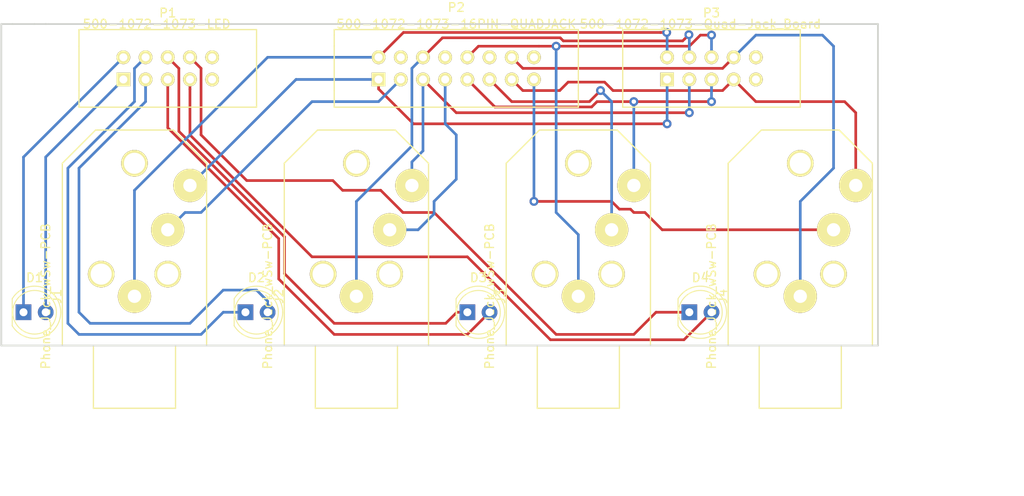
<source format=kicad_pcb>
(kicad_pcb (version 20171130) (host pcbnew "(5.0.1)-3")

  (general
    (thickness 1.6)
    (drawings 13)
    (tracks 159)
    (zones 0)
    (modules 11)
    (nets 21)
  )

  (page A)
  (title_block
    (title "Quad Jack Board 1.0 spacing")
  )

  (layers
    (0 F.Cu signal)
    (31 B.Cu signal)
    (32 B.Adhes user)
    (33 F.Adhes user)
    (34 B.Paste user)
    (35 F.Paste user)
    (36 B.SilkS user)
    (37 F.SilkS user)
    (38 B.Mask user)
    (39 F.Mask user)
    (40 Dwgs.User user)
    (41 Cmts.User user)
    (42 Eco1.User user)
    (43 Eco2.User user)
    (44 Edge.Cuts user)
    (45 Margin user)
    (46 B.CrtYd user)
    (47 F.CrtYd user)
    (48 B.Fab user)
    (49 F.Fab user)
  )

  (setup
    (last_trace_width 0.3048)
    (trace_clearance 0.3048)
    (zone_clearance 0.508)
    (zone_45_only no)
    (trace_min 0.2)
    (segment_width 0.2)
    (edge_width 0.15)
    (via_size 1.016)
    (via_drill 0.508)
    (via_min_size 0.4)
    (via_min_drill 0.3)
    (uvia_size 0.3)
    (uvia_drill 0.1)
    (uvias_allowed no)
    (uvia_min_size 0.2)
    (uvia_min_drill 0.1)
    (pcb_text_width 0.3)
    (pcb_text_size 1.5 1.5)
    (mod_edge_width 0.15)
    (mod_text_size 1 1)
    (mod_text_width 0.15)
    (pad_size 1.524 1.524)
    (pad_drill 0.762)
    (pad_to_mask_clearance 0.051)
    (solder_mask_min_width 0.25)
    (aux_axis_origin 0 0)
    (visible_elements FFFFFF7F)
    (pcbplotparams
      (layerselection 0x010fc_ffffffff)
      (usegerberextensions false)
      (usegerberattributes false)
      (usegerberadvancedattributes false)
      (creategerberjobfile false)
      (excludeedgelayer true)
      (linewidth 0.100000)
      (plotframeref false)
      (viasonmask false)
      (mode 1)
      (useauxorigin false)
      (hpglpennumber 1)
      (hpglpenspeed 20)
      (hpglpendiameter 15.000000)
      (psnegative false)
      (psa4output false)
      (plotreference true)
      (plotvalue true)
      (plotinvisibletext false)
      (padsonsilk false)
      (subtractmaskfromsilk false)
      (outputformat 1)
      (mirror false)
      (drillshape 1)
      (scaleselection 1)
      (outputdirectory ""))
  )

  (net 0 "")
  (net 1 "Net-(D1-Pad2)")
  (net 2 "Net-(D1-Pad1)")
  (net 3 "Net-(D2-Pad1)")
  (net 4 "Net-(D2-Pad2)")
  (net 5 "Net-(D3-Pad2)")
  (net 6 "Net-(D3-Pad1)")
  (net 7 "Net-(D4-Pad1)")
  (net 8 "Net-(D4-Pad2)")
  (net 9 "Net-(J1-Pad1)")
  (net 10 "Net-(J1-Pad2)")
  (net 11 "Net-(J1-Pad3)")
  (net 12 "Net-(J2-Pad3)")
  (net 13 "Net-(J2-Pad2)")
  (net 14 "Net-(J2-Pad1)")
  (net 15 "Net-(J3-Pad1)")
  (net 16 "Net-(J3-Pad2)")
  (net 17 "Net-(J3-Pad3)")
  (net 18 "Net-(J4-Pad3)")
  (net 19 "Net-(J4-Pad2)")
  (net 20 "Net-(J4-Pad1)")

  (net_class Default "This is the default net class."
    (clearance 0.3048)
    (trace_width 0.3048)
    (via_dia 1.016)
    (via_drill 0.508)
    (uvia_dia 0.3)
    (uvia_drill 0.1)
    (add_net "Net-(D1-Pad1)")
    (add_net "Net-(D1-Pad2)")
    (add_net "Net-(D2-Pad1)")
    (add_net "Net-(D2-Pad2)")
    (add_net "Net-(D3-Pad1)")
    (add_net "Net-(D3-Pad2)")
    (add_net "Net-(D4-Pad1)")
    (add_net "Net-(D4-Pad2)")
    (add_net "Net-(J1-Pad1)")
    (add_net "Net-(J1-Pad2)")
    (add_net "Net-(J1-Pad3)")
    (add_net "Net-(J2-Pad1)")
    (add_net "Net-(J2-Pad2)")
    (add_net "Net-(J2-Pad3)")
    (add_net "Net-(J3-Pad1)")
    (add_net "Net-(J3-Pad2)")
    (add_net "Net-(J3-Pad3)")
    (add_net "Net-(J4-Pad1)")
    (add_net "Net-(J4-Pad2)")
    (add_net "Net-(J4-Pad3)")
  )

  (module FootPrints:LED_5.0mm (layer F.Cu) (tedit 58A0C566) (tstamp 5BEA1CE8)
    (at 63.5 123.19)
    (descr "LED, diameter 5.0mm, 2 pins, http://cdn-reichelt.de/documents/datenblatt/A500/LL-504BC2E-009.pdf")
    (tags "LED diameter 5.0mm 2 pins")
    (path /5BED0518)
    (fp_text reference D1 (at 1.27 -3.96) (layer F.SilkS)
      (effects (font (size 1 1) (thickness 0.15)))
    )
    (fp_text value LED_ALT (at 1.27 3.96) (layer F.Fab)
      (effects (font (size 1 1) (thickness 0.15)))
    )
    (fp_line (start 4.5 -3.25) (end -1.95 -3.25) (layer F.CrtYd) (width 0.05))
    (fp_line (start 4.5 3.25) (end 4.5 -3.25) (layer F.CrtYd) (width 0.05))
    (fp_line (start -1.95 3.25) (end 4.5 3.25) (layer F.CrtYd) (width 0.05))
    (fp_line (start -1.95 -3.25) (end -1.95 3.25) (layer F.CrtYd) (width 0.05))
    (fp_line (start -1.29 -1.545) (end -1.29 1.545) (layer F.SilkS) (width 0.12))
    (fp_line (start -1.23 -1.469694) (end -1.23 1.469694) (layer F.Fab) (width 0.1))
    (fp_circle (center 1.27 0) (end 3.77 0) (layer F.SilkS) (width 0.12))
    (fp_circle (center 1.27 0) (end 3.77 0) (layer F.Fab) (width 0.1))
    (fp_arc (start 1.27 0) (end -1.29 1.54483) (angle -148.9) (layer F.SilkS) (width 0.12))
    (fp_arc (start 1.27 0) (end -1.29 -1.54483) (angle 148.9) (layer F.SilkS) (width 0.12))
    (fp_arc (start 1.27 0) (end -1.23 -1.469694) (angle 299.1) (layer F.Fab) (width 0.1))
    (pad 2 thru_hole circle (at 2.54 0) (size 1.8 1.8) (drill 0.9144) (layers *.Cu *.Mask)
      (net 1 "Net-(D1-Pad2)"))
    (pad 1 thru_hole rect (at 0 0) (size 1.8 1.8) (drill 0.9144) (layers *.Cu *.Mask)
      (net 2 "Net-(D1-Pad1)"))
    (model LEDs.3dshapes/LED_D5.0mm.wrl
      (at (xyz 0 0 0))
      (scale (xyz 0.393701 0.393701 0.393701))
      (rotate (xyz 0 0 0))
    )
  )

  (module FootPrints:LED_5.0mm (layer F.Cu) (tedit 58A0C566) (tstamp 5BEA1CF9)
    (at 88.9 123.19)
    (descr "LED, diameter 5.0mm, 2 pins, http://cdn-reichelt.de/documents/datenblatt/A500/LL-504BC2E-009.pdf")
    (tags "LED diameter 5.0mm 2 pins")
    (path /5BED042D)
    (fp_text reference D2 (at 1.27 -3.96) (layer F.SilkS)
      (effects (font (size 1 1) (thickness 0.15)))
    )
    (fp_text value LED_ALT (at 1.27 3.96) (layer F.Fab)
      (effects (font (size 1 1) (thickness 0.15)))
    )
    (fp_arc (start 1.27 0) (end -1.23 -1.469694) (angle 299.1) (layer F.Fab) (width 0.1))
    (fp_arc (start 1.27 0) (end -1.29 -1.54483) (angle 148.9) (layer F.SilkS) (width 0.12))
    (fp_arc (start 1.27 0) (end -1.29 1.54483) (angle -148.9) (layer F.SilkS) (width 0.12))
    (fp_circle (center 1.27 0) (end 3.77 0) (layer F.Fab) (width 0.1))
    (fp_circle (center 1.27 0) (end 3.77 0) (layer F.SilkS) (width 0.12))
    (fp_line (start -1.23 -1.469694) (end -1.23 1.469694) (layer F.Fab) (width 0.1))
    (fp_line (start -1.29 -1.545) (end -1.29 1.545) (layer F.SilkS) (width 0.12))
    (fp_line (start -1.95 -3.25) (end -1.95 3.25) (layer F.CrtYd) (width 0.05))
    (fp_line (start -1.95 3.25) (end 4.5 3.25) (layer F.CrtYd) (width 0.05))
    (fp_line (start 4.5 3.25) (end 4.5 -3.25) (layer F.CrtYd) (width 0.05))
    (fp_line (start 4.5 -3.25) (end -1.95 -3.25) (layer F.CrtYd) (width 0.05))
    (pad 1 thru_hole rect (at 0 0) (size 1.8 1.8) (drill 0.9144) (layers *.Cu *.Mask)
      (net 3 "Net-(D2-Pad1)"))
    (pad 2 thru_hole circle (at 2.54 0) (size 1.8 1.8) (drill 0.9144) (layers *.Cu *.Mask)
      (net 4 "Net-(D2-Pad2)"))
    (model LEDs.3dshapes/LED_D5.0mm.wrl
      (at (xyz 0 0 0))
      (scale (xyz 0.393701 0.393701 0.393701))
      (rotate (xyz 0 0 0))
    )
  )

  (module FootPrints:LED_5.0mm (layer F.Cu) (tedit 58A0C566) (tstamp 5BEA1D0A)
    (at 114.3 123.19)
    (descr "LED, diameter 5.0mm, 2 pins, http://cdn-reichelt.de/documents/datenblatt/A500/LL-504BC2E-009.pdf")
    (tags "LED diameter 5.0mm 2 pins")
    (path /5BED0571)
    (fp_text reference D3 (at 1.27 -3.96) (layer F.SilkS)
      (effects (font (size 1 1) (thickness 0.15)))
    )
    (fp_text value LED_ALT (at 1.27 3.96) (layer F.Fab)
      (effects (font (size 1 1) (thickness 0.15)))
    )
    (fp_line (start 4.5 -3.25) (end -1.95 -3.25) (layer F.CrtYd) (width 0.05))
    (fp_line (start 4.5 3.25) (end 4.5 -3.25) (layer F.CrtYd) (width 0.05))
    (fp_line (start -1.95 3.25) (end 4.5 3.25) (layer F.CrtYd) (width 0.05))
    (fp_line (start -1.95 -3.25) (end -1.95 3.25) (layer F.CrtYd) (width 0.05))
    (fp_line (start -1.29 -1.545) (end -1.29 1.545) (layer F.SilkS) (width 0.12))
    (fp_line (start -1.23 -1.469694) (end -1.23 1.469694) (layer F.Fab) (width 0.1))
    (fp_circle (center 1.27 0) (end 3.77 0) (layer F.SilkS) (width 0.12))
    (fp_circle (center 1.27 0) (end 3.77 0) (layer F.Fab) (width 0.1))
    (fp_arc (start 1.27 0) (end -1.29 1.54483) (angle -148.9) (layer F.SilkS) (width 0.12))
    (fp_arc (start 1.27 0) (end -1.29 -1.54483) (angle 148.9) (layer F.SilkS) (width 0.12))
    (fp_arc (start 1.27 0) (end -1.23 -1.469694) (angle 299.1) (layer F.Fab) (width 0.1))
    (pad 2 thru_hole circle (at 2.54 0) (size 1.8 1.8) (drill 0.9144) (layers *.Cu *.Mask)
      (net 5 "Net-(D3-Pad2)"))
    (pad 1 thru_hole rect (at 0 0) (size 1.8 1.8) (drill 0.9144) (layers *.Cu *.Mask)
      (net 6 "Net-(D3-Pad1)"))
    (model LEDs.3dshapes/LED_D5.0mm.wrl
      (at (xyz 0 0 0))
      (scale (xyz 0.393701 0.393701 0.393701))
      (rotate (xyz 0 0 0))
    )
  )

  (module FootPrints:LED_5.0mm (layer F.Cu) (tedit 58A0C566) (tstamp 5BEA1D1B)
    (at 139.7 123.19)
    (descr "LED, diameter 5.0mm, 2 pins, http://cdn-reichelt.de/documents/datenblatt/A500/LL-504BC2E-009.pdf")
    (tags "LED diameter 5.0mm 2 pins")
    (path /5BED056B)
    (fp_text reference D4 (at 1.27 -3.96) (layer F.SilkS)
      (effects (font (size 1 1) (thickness 0.15)))
    )
    (fp_text value LED_ALT (at 1.27 3.96) (layer F.Fab)
      (effects (font (size 1 1) (thickness 0.15)))
    )
    (fp_arc (start 1.27 0) (end -1.23 -1.469694) (angle 299.1) (layer F.Fab) (width 0.1))
    (fp_arc (start 1.27 0) (end -1.29 -1.54483) (angle 148.9) (layer F.SilkS) (width 0.12))
    (fp_arc (start 1.27 0) (end -1.29 1.54483) (angle -148.9) (layer F.SilkS) (width 0.12))
    (fp_circle (center 1.27 0) (end 3.77 0) (layer F.Fab) (width 0.1))
    (fp_circle (center 1.27 0) (end 3.77 0) (layer F.SilkS) (width 0.12))
    (fp_line (start -1.23 -1.469694) (end -1.23 1.469694) (layer F.Fab) (width 0.1))
    (fp_line (start -1.29 -1.545) (end -1.29 1.545) (layer F.SilkS) (width 0.12))
    (fp_line (start -1.95 -3.25) (end -1.95 3.25) (layer F.CrtYd) (width 0.05))
    (fp_line (start -1.95 3.25) (end 4.5 3.25) (layer F.CrtYd) (width 0.05))
    (fp_line (start 4.5 3.25) (end 4.5 -3.25) (layer F.CrtYd) (width 0.05))
    (fp_line (start 4.5 -3.25) (end -1.95 -3.25) (layer F.CrtYd) (width 0.05))
    (pad 1 thru_hole rect (at 0 0) (size 1.8 1.8) (drill 0.9144) (layers *.Cu *.Mask)
      (net 7 "Net-(D4-Pad1)"))
    (pad 2 thru_hole circle (at 2.54 0) (size 1.8 1.8) (drill 0.9144) (layers *.Cu *.Mask)
      (net 8 "Net-(D4-Pad2)"))
    (model LEDs.3dshapes/LED_D5.0mm.wrl
      (at (xyz 0 0 0))
      (scale (xyz 0.393701 0.393701 0.393701))
      (rotate (xyz 0 0 0))
    )
  )

  (module FootPrints:PHONE-SC112A (layer F.Cu) (tedit 5B497D3B) (tstamp 5BEA1D2E)
    (at 76.2 127 270)
    (path /5BED01D9)
    (fp_text reference J1 (at -5.6388 8.89 270) (layer F.SilkS)
      (effects (font (size 1 1) (thickness 0.15)))
    )
    (fp_text value Phone_Jack_wSw-PCB (at -5.6388 10.16 270) (layer F.SilkS)
      (effects (font (size 1 1) (thickness 0.15)))
    )
    (fp_line (start 0 -4.699) (end 7.1882 -4.699) (layer F.SilkS) (width 0.15))
    (fp_line (start 7.1882 -4.699) (end 7.1882 4.699) (layer F.SilkS) (width 0.15))
    (fp_line (start 7.1882 4.699) (end 0 4.699) (layer F.SilkS) (width 0.15))
    (fp_line (start -24.6888 4.445) (end -24.6888 -4.445) (layer F.SilkS) (width 0.15))
    (fp_line (start -24.6888 -4.445) (end -20.8788 -8.255) (layer F.SilkS) (width 0.15))
    (fp_line (start -20.8788 -8.255) (end 0 -8.255) (layer F.SilkS) (width 0.15))
    (fp_line (start 0 -8.255) (end 0 8.255) (layer F.SilkS) (width 0.15))
    (fp_line (start 0 8.255) (end -20.8788 8.255) (layer F.SilkS) (width 0.15))
    (fp_line (start -20.8788 8.255) (end -24.6888 4.445) (layer F.SilkS) (width 0.15))
    (pad 1 thru_hole circle (at -5.6388 0 270) (size 3.81 3.81) (drill 1.524) (layers *.Cu *.Mask F.SilkS)
      (net 9 "Net-(J1-Pad1)"))
    (pad "" thru_hole circle (at -8.1788 -3.81 270) (size 3.048 3.048) (drill 2.413) (layers *.Cu *.Mask F.SilkS))
    (pad 2 thru_hole circle (at -13.2588 -3.81 270) (size 3.81 3.81) (drill 1.524) (layers *.Cu *.Mask F.SilkS)
      (net 10 "Net-(J1-Pad2)"))
    (pad 3 thru_hole circle (at -18.3388 -6.35 270) (size 3.81 3.81) (drill 1.524) (layers *.Cu *.Mask F.SilkS)
      (net 11 "Net-(J1-Pad3)"))
    (pad "" thru_hole circle (at -20.8788 0 270) (size 3.048 3.048) (drill 2.413) (layers *.Cu *.Mask F.SilkS))
    (pad "" thru_hole circle (at -8.1788 3.81 270) (size 3.048 3.048) (drill 2.413) (layers *.Cu *.Mask F.SilkS))
  )

  (module FootPrints:PHONE-SC112A (layer F.Cu) (tedit 5B497D3B) (tstamp 5BEA1D41)
    (at 101.6 127 270)
    (path /5BED0293)
    (fp_text reference J2 (at -5.6388 8.89 270) (layer F.SilkS)
      (effects (font (size 1 1) (thickness 0.15)))
    )
    (fp_text value Phone_Jack_wSw-PCB (at -5.6388 10.16 270) (layer F.SilkS)
      (effects (font (size 1 1) (thickness 0.15)))
    )
    (fp_line (start -20.8788 8.255) (end -24.6888 4.445) (layer F.SilkS) (width 0.15))
    (fp_line (start 0 8.255) (end -20.8788 8.255) (layer F.SilkS) (width 0.15))
    (fp_line (start 0 -8.255) (end 0 8.255) (layer F.SilkS) (width 0.15))
    (fp_line (start -20.8788 -8.255) (end 0 -8.255) (layer F.SilkS) (width 0.15))
    (fp_line (start -24.6888 -4.445) (end -20.8788 -8.255) (layer F.SilkS) (width 0.15))
    (fp_line (start -24.6888 4.445) (end -24.6888 -4.445) (layer F.SilkS) (width 0.15))
    (fp_line (start 7.1882 4.699) (end 0 4.699) (layer F.SilkS) (width 0.15))
    (fp_line (start 7.1882 -4.699) (end 7.1882 4.699) (layer F.SilkS) (width 0.15))
    (fp_line (start 0 -4.699) (end 7.1882 -4.699) (layer F.SilkS) (width 0.15))
    (pad "" thru_hole circle (at -8.1788 3.81 270) (size 3.048 3.048) (drill 2.413) (layers *.Cu *.Mask F.SilkS))
    (pad "" thru_hole circle (at -20.8788 0 270) (size 3.048 3.048) (drill 2.413) (layers *.Cu *.Mask F.SilkS))
    (pad 3 thru_hole circle (at -18.3388 -6.35 270) (size 3.81 3.81) (drill 1.524) (layers *.Cu *.Mask F.SilkS)
      (net 12 "Net-(J2-Pad3)"))
    (pad 2 thru_hole circle (at -13.2588 -3.81 270) (size 3.81 3.81) (drill 1.524) (layers *.Cu *.Mask F.SilkS)
      (net 13 "Net-(J2-Pad2)"))
    (pad "" thru_hole circle (at -8.1788 -3.81 270) (size 3.048 3.048) (drill 2.413) (layers *.Cu *.Mask F.SilkS))
    (pad 1 thru_hole circle (at -5.6388 0 270) (size 3.81 3.81) (drill 1.524) (layers *.Cu *.Mask F.SilkS)
      (net 14 "Net-(J2-Pad1)"))
  )

  (module FootPrints:PHONE-SC112A (layer F.Cu) (tedit 5B497D3B) (tstamp 5BEA1D54)
    (at 127 127 270)
    (path /5BED03E0)
    (fp_text reference J3 (at -5.6388 8.89 270) (layer F.SilkS)
      (effects (font (size 1 1) (thickness 0.15)))
    )
    (fp_text value Phone_Jack_wSw-PCB (at -5.6388 10.16 270) (layer F.SilkS)
      (effects (font (size 1 1) (thickness 0.15)))
    )
    (fp_line (start 0 -4.699) (end 7.1882 -4.699) (layer F.SilkS) (width 0.15))
    (fp_line (start 7.1882 -4.699) (end 7.1882 4.699) (layer F.SilkS) (width 0.15))
    (fp_line (start 7.1882 4.699) (end 0 4.699) (layer F.SilkS) (width 0.15))
    (fp_line (start -24.6888 4.445) (end -24.6888 -4.445) (layer F.SilkS) (width 0.15))
    (fp_line (start -24.6888 -4.445) (end -20.8788 -8.255) (layer F.SilkS) (width 0.15))
    (fp_line (start -20.8788 -8.255) (end 0 -8.255) (layer F.SilkS) (width 0.15))
    (fp_line (start 0 -8.255) (end 0 8.255) (layer F.SilkS) (width 0.15))
    (fp_line (start 0 8.255) (end -20.8788 8.255) (layer F.SilkS) (width 0.15))
    (fp_line (start -20.8788 8.255) (end -24.6888 4.445) (layer F.SilkS) (width 0.15))
    (pad 1 thru_hole circle (at -5.6388 0 270) (size 3.81 3.81) (drill 1.524) (layers *.Cu *.Mask F.SilkS)
      (net 15 "Net-(J3-Pad1)"))
    (pad "" thru_hole circle (at -8.1788 -3.81 270) (size 3.048 3.048) (drill 2.413) (layers *.Cu *.Mask F.SilkS))
    (pad 2 thru_hole circle (at -13.2588 -3.81 270) (size 3.81 3.81) (drill 1.524) (layers *.Cu *.Mask F.SilkS)
      (net 16 "Net-(J3-Pad2)"))
    (pad 3 thru_hole circle (at -18.3388 -6.35 270) (size 3.81 3.81) (drill 1.524) (layers *.Cu *.Mask F.SilkS)
      (net 17 "Net-(J3-Pad3)"))
    (pad "" thru_hole circle (at -20.8788 0 270) (size 3.048 3.048) (drill 2.413) (layers *.Cu *.Mask F.SilkS))
    (pad "" thru_hole circle (at -8.1788 3.81 270) (size 3.048 3.048) (drill 2.413) (layers *.Cu *.Mask F.SilkS))
  )

  (module FootPrints:PHONE-SC112A (layer F.Cu) (tedit 5B497D3B) (tstamp 5BEA1D67)
    (at 152.4 127 270)
    (path /5BED03E6)
    (fp_text reference J4 (at -5.6388 8.89 270) (layer F.SilkS)
      (effects (font (size 1 1) (thickness 0.15)))
    )
    (fp_text value Phone_Jack_wSw-PCB (at -5.6388 10.16 270) (layer F.SilkS)
      (effects (font (size 1 1) (thickness 0.15)))
    )
    (fp_line (start -20.8788 8.255) (end -24.6888 4.445) (layer F.SilkS) (width 0.15))
    (fp_line (start 0 8.255) (end -20.8788 8.255) (layer F.SilkS) (width 0.15))
    (fp_line (start 0 -8.255) (end 0 8.255) (layer F.SilkS) (width 0.15))
    (fp_line (start -20.8788 -8.255) (end 0 -8.255) (layer F.SilkS) (width 0.15))
    (fp_line (start -24.6888 -4.445) (end -20.8788 -8.255) (layer F.SilkS) (width 0.15))
    (fp_line (start -24.6888 4.445) (end -24.6888 -4.445) (layer F.SilkS) (width 0.15))
    (fp_line (start 7.1882 4.699) (end 0 4.699) (layer F.SilkS) (width 0.15))
    (fp_line (start 7.1882 -4.699) (end 7.1882 4.699) (layer F.SilkS) (width 0.15))
    (fp_line (start 0 -4.699) (end 7.1882 -4.699) (layer F.SilkS) (width 0.15))
    (pad "" thru_hole circle (at -8.1788 3.81 270) (size 3.048 3.048) (drill 2.413) (layers *.Cu *.Mask F.SilkS))
    (pad "" thru_hole circle (at -20.8788 0 270) (size 3.048 3.048) (drill 2.413) (layers *.Cu *.Mask F.SilkS))
    (pad 3 thru_hole circle (at -18.3388 -6.35 270) (size 3.81 3.81) (drill 1.524) (layers *.Cu *.Mask F.SilkS)
      (net 18 "Net-(J4-Pad3)"))
    (pad 2 thru_hole circle (at -13.2588 -3.81 270) (size 3.81 3.81) (drill 1.524) (layers *.Cu *.Mask F.SilkS)
      (net 19 "Net-(J4-Pad2)"))
    (pad "" thru_hole circle (at -8.1788 -3.81 270) (size 3.048 3.048) (drill 2.413) (layers *.Cu *.Mask F.SilkS))
    (pad 1 thru_hole circle (at -5.6388 0 270) (size 3.81 3.81) (drill 1.524) (layers *.Cu *.Mask F.SilkS)
      (net 20 "Net-(J4-Pad1)"))
  )

  (module FootPrints:IDC5x2_Vert (layer F.Cu) (tedit 58C2383B) (tstamp 5BEA1D7D)
    (at 80.01 95.25 180)
    (path /5BECFFC3)
    (fp_text reference P1 (at 0 6.35 180) (layer F.SilkS)
      (effects (font (size 1 1) (thickness 0.15)))
    )
    (fp_text value 500-1072-1073-LED (at 1.27 5.08 180) (layer F.SilkS)
      (effects (font (size 1 1) (thickness 0.15)))
    )
    (fp_line (start 10.16 4.445) (end 10.16 2.54) (layer F.SilkS) (width 0.15))
    (fp_line (start -10.16 4.445) (end 10.16 4.445) (layer F.SilkS) (width 0.15))
    (fp_line (start -10.16 2.54) (end -10.16 4.445) (layer F.SilkS) (width 0.15))
    (fp_line (start 10.16 -4.445) (end 10.16 -2.54) (layer F.SilkS) (width 0.15))
    (fp_line (start -10.16 -4.445) (end 10.16 -4.445) (layer F.SilkS) (width 0.15))
    (fp_line (start -10.16 -2.54) (end -10.16 -4.445) (layer F.SilkS) (width 0.15))
    (fp_line (start -10.16 2.54) (end -10.16 -2.54) (layer F.SilkS) (width 0.15))
    (fp_line (start 10.16 -2.54) (end 10.16 2.54) (layer F.SilkS) (width 0.15))
    (pad 1 thru_hole rect (at 5.08 -1.27 180) (size 1.5748 1.5748) (drill 0.9144) (layers *.Cu *.Mask F.SilkS)
      (net 1 "Net-(D1-Pad2)"))
    (pad 2 thru_hole circle (at 5.08 1.27 180) (size 1.5748 1.5748) (drill 0.9144) (layers *.Cu *.Mask F.SilkS)
      (net 2 "Net-(D1-Pad1)"))
    (pad 3 thru_hole circle (at 2.54 -1.27 180) (size 1.5748 1.5748) (drill 0.9144) (layers *.Cu *.Mask F.SilkS)
      (net 4 "Net-(D2-Pad2)"))
    (pad 4 thru_hole circle (at 2.54 1.27 180) (size 1.5748 1.5748) (drill 0.9144) (layers *.Cu *.Mask F.SilkS)
      (net 3 "Net-(D2-Pad1)"))
    (pad 5 thru_hole circle (at 0 -1.27 180) (size 1.5748 1.5748) (drill 0.9144) (layers *.Cu *.Mask F.SilkS)
      (net 5 "Net-(D3-Pad2)"))
    (pad 6 thru_hole circle (at 0 1.27 180) (size 1.5748 1.5748) (drill 0.9144) (layers *.Cu *.Mask F.SilkS)
      (net 6 "Net-(D3-Pad1)"))
    (pad 7 thru_hole circle (at -2.54 -1.27 180) (size 1.5748 1.5748) (drill 0.9144) (layers *.Cu *.Mask F.SilkS)
      (net 8 "Net-(D4-Pad2)"))
    (pad 8 thru_hole circle (at -2.54 1.27 180) (size 1.5748 1.5748) (drill 0.9144) (layers *.Cu *.Mask F.SilkS)
      (net 7 "Net-(D4-Pad1)"))
    (pad 9 thru_hole circle (at -5.08 -1.27 180) (size 1.5748 1.5748) (drill 0.9144) (layers *.Cu *.Mask F.SilkS))
    (pad 10 thru_hole circle (at -5.08 1.27 180) (size 1.5748 1.5748) (drill 0.9144) (layers *.Cu *.Mask F.SilkS))
  )

  (module FootPrints:IDC8x2_Vert (layer F.Cu) (tedit 58C886C8) (tstamp 5BEA1D9D)
    (at 113.03 95.25 180)
    (path /5BEA0717)
    (fp_text reference P2 (at 0 6.985 180) (layer F.SilkS)
      (effects (font (size 1 1) (thickness 0.15)))
    )
    (fp_text value 500-1072-1073-16PIN-QUADJACK (at 0 5.08 180) (layer F.SilkS)
      (effects (font (size 1 1) (thickness 0.15)))
    )
    (fp_line (start -13.97 3.81) (end -13.97 4.445) (layer F.SilkS) (width 0.15))
    (fp_line (start -13.97 4.445) (end 13.97 4.445) (layer F.SilkS) (width 0.15))
    (fp_line (start 13.97 4.445) (end 13.97 3.81) (layer F.SilkS) (width 0.15))
    (fp_line (start 13.97 -3.81) (end 13.97 -4.445) (layer F.SilkS) (width 0.15))
    (fp_line (start 13.97 -4.445) (end -13.97 -4.445) (layer F.SilkS) (width 0.15))
    (fp_line (start -13.97 -4.445) (end -13.97 -3.81) (layer F.SilkS) (width 0.15))
    (fp_line (start 13.97 2.54) (end 13.97 3.81) (layer F.SilkS) (width 0.15))
    (fp_line (start -13.97 3.81) (end -13.97 2.54) (layer F.SilkS) (width 0.15))
    (fp_line (start -13.97 -2.54) (end -13.97 -3.81) (layer F.SilkS) (width 0.15))
    (fp_line (start 13.97 -3.81) (end 13.97 -2.54) (layer F.SilkS) (width 0.15))
    (fp_line (start -13.97 2.54) (end -13.97 -2.54) (layer F.SilkS) (width 0.15))
    (fp_line (start 13.97 -2.54) (end 13.97 2.54) (layer F.SilkS) (width 0.15))
    (pad 1 thru_hole rect (at 8.89 -1.27 180) (size 1.5748 1.5748) (drill 0.9144) (layers *.Cu *.Mask F.SilkS)
      (net 11 "Net-(J1-Pad3)"))
    (pad 2 thru_hole circle (at 8.89 1.27 180) (size 1.5748 1.5748) (drill 0.9144) (layers *.Cu *.Mask F.SilkS)
      (net 9 "Net-(J1-Pad1)"))
    (pad 3 thru_hole circle (at 6.35 -1.27 180) (size 1.5748 1.5748) (drill 0.9144) (layers *.Cu *.Mask F.SilkS)
      (net 10 "Net-(J1-Pad2)"))
    (pad 4 thru_hole circle (at 6.35 1.27 180) (size 1.5748 1.5748) (drill 0.9144) (layers *.Cu *.Mask F.SilkS))
    (pad 5 thru_hole circle (at 3.81 -1.27 180) (size 1.5748 1.5748) (drill 0.9144) (layers *.Cu *.Mask F.SilkS)
      (net 12 "Net-(J2-Pad3)"))
    (pad 6 thru_hole circle (at 3.81 1.27 180) (size 1.5748 1.5748) (drill 0.9144) (layers *.Cu *.Mask F.SilkS)
      (net 14 "Net-(J2-Pad1)"))
    (pad 7 thru_hole circle (at 1.27 -1.27 180) (size 1.5748 1.5748) (drill 0.9144) (layers *.Cu *.Mask F.SilkS)
      (net 13 "Net-(J2-Pad2)"))
    (pad 8 thru_hole circle (at 1.27 1.27 180) (size 1.5748 1.5748) (drill 0.9144) (layers *.Cu *.Mask F.SilkS))
    (pad 9 thru_hole circle (at -1.27 -1.27 180) (size 1.5748 1.5748) (drill 0.9144) (layers *.Cu *.Mask F.SilkS)
      (net 17 "Net-(J3-Pad3)"))
    (pad 10 thru_hole circle (at -1.27 1.27 180) (size 1.5748 1.5748) (drill 0.9144) (layers *.Cu *.Mask F.SilkS)
      (net 15 "Net-(J3-Pad1)"))
    (pad 11 thru_hole circle (at -3.81 -1.27 180) (size 1.5748 1.5748) (drill 0.9144) (layers *.Cu *.Mask F.SilkS)
      (net 16 "Net-(J3-Pad2)"))
    (pad 12 thru_hole circle (at -3.81 1.27 180) (size 1.5748 1.5748) (drill 0.9144) (layers *.Cu *.Mask F.SilkS))
    (pad 13 thru_hole circle (at -6.35 -1.27 180) (size 1.5748 1.5748) (drill 0.9144) (layers *.Cu *.Mask F.SilkS)
      (net 18 "Net-(J4-Pad3)"))
    (pad 14 thru_hole circle (at -6.35 1.27 180) (size 1.5748 1.5748) (drill 0.9144) (layers *.Cu *.Mask F.SilkS)
      (net 20 "Net-(J4-Pad1)"))
    (pad 15 thru_hole circle (at -8.89 -1.27 180) (size 1.5748 1.5748) (drill 0.9144) (layers *.Cu *.Mask F.SilkS)
      (net 19 "Net-(J4-Pad2)"))
    (pad 16 thru_hole circle (at -8.89 1.27 180) (size 1.5748 1.5748) (drill 0.9144) (layers *.Cu *.Mask F.SilkS))
  )

  (module FootPrints:IDC5x2_Vert (layer F.Cu) (tedit 58C2383B) (tstamp 5BEA1DB3)
    (at 142.24 95.25 180)
    (path /5BED00C2)
    (fp_text reference P3 (at 0 6.35 180) (layer F.SilkS)
      (effects (font (size 1 1) (thickness 0.15)))
    )
    (fp_text value 500-1072-1073-Quad-Jack_Board (at 1.27 5.08 180) (layer F.SilkS)
      (effects (font (size 1 1) (thickness 0.15)))
    )
    (fp_line (start 10.16 -2.54) (end 10.16 2.54) (layer F.SilkS) (width 0.15))
    (fp_line (start -10.16 2.54) (end -10.16 -2.54) (layer F.SilkS) (width 0.15))
    (fp_line (start -10.16 -2.54) (end -10.16 -4.445) (layer F.SilkS) (width 0.15))
    (fp_line (start -10.16 -4.445) (end 10.16 -4.445) (layer F.SilkS) (width 0.15))
    (fp_line (start 10.16 -4.445) (end 10.16 -2.54) (layer F.SilkS) (width 0.15))
    (fp_line (start -10.16 2.54) (end -10.16 4.445) (layer F.SilkS) (width 0.15))
    (fp_line (start -10.16 4.445) (end 10.16 4.445) (layer F.SilkS) (width 0.15))
    (fp_line (start 10.16 4.445) (end 10.16 2.54) (layer F.SilkS) (width 0.15))
    (pad 10 thru_hole circle (at -5.08 1.27 180) (size 1.5748 1.5748) (drill 0.9144) (layers *.Cu *.Mask F.SilkS))
    (pad 9 thru_hole circle (at -5.08 -1.27 180) (size 1.5748 1.5748) (drill 0.9144) (layers *.Cu *.Mask F.SilkS))
    (pad 8 thru_hole circle (at -2.54 1.27 180) (size 1.5748 1.5748) (drill 0.9144) (layers *.Cu *.Mask F.SilkS)
      (net 20 "Net-(J4-Pad1)"))
    (pad 7 thru_hole circle (at -2.54 -1.27 180) (size 1.5748 1.5748) (drill 0.9144) (layers *.Cu *.Mask F.SilkS)
      (net 18 "Net-(J4-Pad3)"))
    (pad 6 thru_hole circle (at 0 1.27 180) (size 1.5748 1.5748) (drill 0.9144) (layers *.Cu *.Mask F.SilkS)
      (net 15 "Net-(J3-Pad1)"))
    (pad 5 thru_hole circle (at 0 -1.27 180) (size 1.5748 1.5748) (drill 0.9144) (layers *.Cu *.Mask F.SilkS)
      (net 17 "Net-(J3-Pad3)"))
    (pad 4 thru_hole circle (at 2.54 1.27 180) (size 1.5748 1.5748) (drill 0.9144) (layers *.Cu *.Mask F.SilkS)
      (net 14 "Net-(J2-Pad1)"))
    (pad 3 thru_hole circle (at 2.54 -1.27 180) (size 1.5748 1.5748) (drill 0.9144) (layers *.Cu *.Mask F.SilkS)
      (net 12 "Net-(J2-Pad3)"))
    (pad 2 thru_hole circle (at 5.08 1.27 180) (size 1.5748 1.5748) (drill 0.9144) (layers *.Cu *.Mask F.SilkS)
      (net 9 "Net-(J1-Pad1)"))
    (pad 1 thru_hole rect (at 5.08 -1.27 180) (size 1.5748 1.5748) (drill 0.9144) (layers *.Cu *.Mask F.SilkS)
      (net 11 "Net-(J1-Pad3)"))
  )

  (dimension 36.83 (width 0.3) (layer F.Fab)
    (gr_text "1.4500 in" (at 176.09 108.585 90) (layer F.Fab)
      (effects (font (size 1.5 1.5) (thickness 0.3)))
    )
    (feature1 (pts (xy 162.56 90.17) (xy 174.576421 90.17)))
    (feature2 (pts (xy 162.56 127) (xy 174.576421 127)))
    (crossbar (pts (xy 173.99 127) (xy 173.99 90.17)))
    (arrow1a (pts (xy 173.99 90.17) (xy 174.576421 91.296504)))
    (arrow1b (pts (xy 173.99 90.17) (xy 173.403579 91.296504)))
    (arrow2a (pts (xy 173.99 127) (xy 174.576421 125.873496)))
    (arrow2b (pts (xy 173.99 127) (xy 173.403579 125.873496)))
  )
  (dimension 25.4 (width 0.3) (layer F.Fab)
    (gr_text "1.0000 in" (at 139.7 139.26) (layer F.Fab)
      (effects (font (size 1.5 1.5) (thickness 0.3)))
    )
    (feature1 (pts (xy 152.4 128.27) (xy 152.4 137.746421)))
    (feature2 (pts (xy 127 128.27) (xy 127 137.746421)))
    (crossbar (pts (xy 127 137.16) (xy 152.4 137.16)))
    (arrow1a (pts (xy 152.4 137.16) (xy 151.273496 137.746421)))
    (arrow1b (pts (xy 152.4 137.16) (xy 151.273496 136.573579)))
    (arrow2a (pts (xy 127 137.16) (xy 128.126504 137.746421)))
    (arrow2b (pts (xy 127 137.16) (xy 128.126504 136.573579)))
  )
  (dimension 25.4 (width 0.3) (layer F.Fab)
    (gr_text "1.0000 in" (at 114.3 139.26) (layer F.Fab)
      (effects (font (size 1.5 1.5) (thickness 0.3)))
    )
    (feature1 (pts (xy 127 128.27) (xy 127 137.746421)))
    (feature2 (pts (xy 101.6 128.27) (xy 101.6 137.746421)))
    (crossbar (pts (xy 101.6 137.16) (xy 127 137.16)))
    (arrow1a (pts (xy 127 137.16) (xy 125.873496 137.746421)))
    (arrow1b (pts (xy 127 137.16) (xy 125.873496 136.573579)))
    (arrow2a (pts (xy 101.6 137.16) (xy 102.726504 137.746421)))
    (arrow2b (pts (xy 101.6 137.16) (xy 102.726504 136.573579)))
  )
  (dimension 25.4 (width 0.3) (layer F.Fab)
    (gr_text "1.0000 in" (at 88.9 139.26) (layer F.Fab)
      (effects (font (size 1.5 1.5) (thickness 0.3)))
    )
    (feature1 (pts (xy 101.6 128.27) (xy 101.6 137.746421)))
    (feature2 (pts (xy 76.2 128.27) (xy 76.2 137.746421)))
    (crossbar (pts (xy 76.2 137.16) (xy 101.6 137.16)))
    (arrow1a (pts (xy 101.6 137.16) (xy 100.473496 137.746421)))
    (arrow1b (pts (xy 101.6 137.16) (xy 100.473496 136.573579)))
    (arrow2a (pts (xy 76.2 137.16) (xy 77.326504 137.746421)))
    (arrow2b (pts (xy 76.2 137.16) (xy 77.326504 136.573579)))
  )
  (dimension 15.24 (width 0.3) (layer F.Fab)
    (gr_text "0.6000 in" (at 68.58 139.26) (layer F.Fab)
      (effects (font (size 1.5 1.5) (thickness 0.3)))
    )
    (feature1 (pts (xy 76.2 128.27) (xy 76.2 137.746421)))
    (feature2 (pts (xy 60.96 128.27) (xy 60.96 137.746421)))
    (crossbar (pts (xy 60.96 137.16) (xy 76.2 137.16)))
    (arrow1a (pts (xy 76.2 137.16) (xy 75.073496 137.746421)))
    (arrow1b (pts (xy 76.2 137.16) (xy 75.073496 136.573579)))
    (arrow2a (pts (xy 60.96 137.16) (xy 62.086504 137.746421)))
    (arrow2b (pts (xy 60.96 137.16) (xy 62.086504 136.573579)))
  )
  (dimension 100.33 (width 0.3) (layer F.Fab)
    (gr_text "3.9500 in" (at 111.125 145.61) (layer F.Fab)
      (effects (font (size 1.5 1.5) (thickness 0.3)))
    )
    (feature1 (pts (xy 161.29 128.27) (xy 161.29 144.096421)))
    (feature2 (pts (xy 60.96 128.27) (xy 60.96 144.096421)))
    (crossbar (pts (xy 60.96 143.51) (xy 161.29 143.51)))
    (arrow1a (pts (xy 161.29 143.51) (xy 160.163496 144.096421)))
    (arrow1b (pts (xy 161.29 143.51) (xy 160.163496 142.923579)))
    (arrow2a (pts (xy 60.96 143.51) (xy 62.086504 144.096421)))
    (arrow2b (pts (xy 60.96 143.51) (xy 62.086504 142.923579)))
  )
  (gr_line (start 60.96 90.17) (end 60.96 127) (layer Edge.Cuts) (width 0.2))
  (gr_line (start 62.23 90.17) (end 60.96 90.17) (layer Edge.Cuts) (width 0.2))
  (gr_line (start 64.77 90.17) (end 62.23 90.17) (layer Edge.Cuts) (width 0.2))
  (gr_line (start 66.04 90.17) (end 64.77 90.17) (layer Edge.Cuts) (width 0.2))
  (gr_line (start 161.29 90.17) (end 66.04 90.17) (layer Edge.Cuts) (width 0.2))
  (gr_line (start 161.29 127) (end 161.29 90.17) (layer Edge.Cuts) (width 0.2))
  (gr_line (start 60.96 127) (end 161.29 127) (layer Edge.Cuts) (width 0.2))

  (segment (start 66.04 123.19) (end 66.04 105.41) (width 0.3048) (layer B.Cu) (net 1))
  (segment (start 66.04 105.41) (end 74.93 96.52) (width 0.3048) (layer B.Cu) (net 1))
  (segment (start 63.5 105.41) (end 74.93 93.98) (width 0.3048) (layer B.Cu) (net 2))
  (segment (start 63.5 123.19) (end 63.5 105.41) (width 0.3048) (layer B.Cu) (net 2))
  (segment (start 83.82 125.73) (end 86.36 123.19) (width 0.3048) (layer B.Cu) (net 3))
  (segment (start 76.2 95.25) (end 76.2 99.06) (width 0.3048) (layer B.Cu) (net 3))
  (segment (start 77.47 93.98) (end 76.2 95.25) (width 0.3048) (layer B.Cu) (net 3))
  (segment (start 76.2 99.06) (end 68.58 106.68) (width 0.3048) (layer B.Cu) (net 3))
  (segment (start 68.58 106.68) (end 68.58 124.46) (width 0.3048) (layer B.Cu) (net 3))
  (segment (start 68.58 124.46) (end 69.85 125.73) (width 0.3048) (layer B.Cu) (net 3))
  (segment (start 86.36 123.19) (end 88.9 123.19) (width 0.3048) (layer B.Cu) (net 3))
  (segment (start 69.85 125.73) (end 83.82 125.73) (width 0.3048) (layer B.Cu) (net 3))
  (segment (start 90.17 120.65) (end 91.44 121.92) (width 0.3048) (layer B.Cu) (net 4))
  (segment (start 86.36 120.65) (end 90.17 120.65) (width 0.3048) (layer B.Cu) (net 4))
  (segment (start 77.47 99.06) (end 69.85 106.68) (width 0.3048) (layer B.Cu) (net 4))
  (segment (start 77.47 96.52) (end 77.47 99.06) (width 0.3048) (layer B.Cu) (net 4))
  (segment (start 69.85 106.68) (end 69.85 123.19) (width 0.3048) (layer B.Cu) (net 4))
  (segment (start 69.85 123.19) (end 71.12 124.46) (width 0.3048) (layer B.Cu) (net 4))
  (segment (start 91.44 121.92) (end 91.44 123.19) (width 0.3048) (layer B.Cu) (net 4))
  (segment (start 71.12 124.46) (end 82.55 124.46) (width 0.3048) (layer B.Cu) (net 4))
  (segment (start 82.55 124.46) (end 86.36 120.65) (width 0.3048) (layer B.Cu) (net 4))
  (segment (start 80.01 102.05424) (end 92.71 114.75424) (width 0.3048) (layer F.Cu) (net 5))
  (segment (start 92.71 114.75424) (end 92.71 119.38) (width 0.3048) (layer F.Cu) (net 5))
  (segment (start 92.71 119.38) (end 99.06 125.73) (width 0.3048) (layer F.Cu) (net 5))
  (segment (start 80.01 96.52) (end 80.01 102.05424) (width 0.3048) (layer F.Cu) (net 5))
  (segment (start 99.06 125.73) (end 114.3 125.73) (width 0.3048) (layer F.Cu) (net 5))
  (segment (start 115.940001 124.089999) (end 116.84 123.19) (width 0.3048) (layer F.Cu) (net 5))
  (segment (start 114.3 125.73) (end 115.940001 124.089999) (width 0.3048) (layer F.Cu) (net 5))
  (segment (start 93.37039 114.55251) (end 93.37039 118.77039) (width 0.3048) (layer F.Cu) (net 6))
  (segment (start 113.0952 123.19) (end 114.3 123.19) (width 0.3048) (layer F.Cu) (net 6))
  (segment (start 111.8252 124.46) (end 113.0952 123.19) (width 0.3048) (layer F.Cu) (net 6))
  (segment (start 99.06 124.46) (end 111.8252 124.46) (width 0.3048) (layer F.Cu) (net 6))
  (segment (start 93.37039 118.77039) (end 99.06 124.46) (width 0.3048) (layer F.Cu) (net 6))
  (segment (start 81.28 102.46212) (end 93.37039 114.55251) (width 0.3048) (layer F.Cu) (net 6))
  (segment (start 81.28 95.25) (end 81.28 102.46212) (width 0.3048) (layer F.Cu) (net 6))
  (segment (start 80.01 93.98) (end 81.28 95.25) (width 0.3048) (layer F.Cu) (net 6))
  (segment (start 135.89 123.19) (end 139.7 123.19) (width 0.3048) (layer F.Cu) (net 7))
  (segment (start 124.46 125.73) (end 133.35 125.73) (width 0.3048) (layer F.Cu) (net 7))
  (segment (start 133.35 125.73) (end 135.89 123.19) (width 0.3048) (layer F.Cu) (net 7))
  (segment (start 110.49 111.76) (end 124.46 125.73) (width 0.3048) (layer F.Cu) (net 7))
  (segment (start 106.924858 111.76) (end 110.49 111.76) (width 0.3048) (layer F.Cu) (net 7))
  (segment (start 104.384858 109.22) (end 106.924858 111.76) (width 0.3048) (layer F.Cu) (net 7))
  (segment (start 83.82 95.25) (end 83.82 102.87) (width 0.3048) (layer F.Cu) (net 7))
  (segment (start 82.55 93.98) (end 83.82 95.25) (width 0.3048) (layer F.Cu) (net 7))
  (segment (start 89.052401 108.102401) (end 98.907599 108.102401) (width 0.3048) (layer F.Cu) (net 7))
  (segment (start 98.907599 108.102401) (end 100.025198 109.22) (width 0.3048) (layer F.Cu) (net 7))
  (segment (start 83.82 102.87) (end 89.052401 108.102401) (width 0.3048) (layer F.Cu) (net 7))
  (segment (start 100.025198 109.22) (end 104.384858 109.22) (width 0.3048) (layer F.Cu) (net 7))
  (segment (start 82.55 102.87) (end 82.55 97.633551) (width 0.3048) (layer F.Cu) (net 8))
  (segment (start 82.55 97.633551) (end 82.55 96.52) (width 0.3048) (layer F.Cu) (net 8))
  (segment (start 114.3 116.84) (end 96.52 116.84) (width 0.3048) (layer F.Cu) (net 8))
  (segment (start 123.799611 126.339611) (end 114.3 116.84) (width 0.3048) (layer F.Cu) (net 8))
  (segment (start 139.090389 126.339611) (end 123.799611 126.339611) (width 0.3048) (layer F.Cu) (net 8))
  (segment (start 96.52 116.84) (end 82.55 102.87) (width 0.3048) (layer F.Cu) (net 8))
  (segment (start 142.24 123.19) (end 139.090389 126.339611) (width 0.3048) (layer F.Cu) (net 8))
  (segment (start 106.98482 91.13518) (end 136.394073 91.13518) (width 0.3048) (layer F.Cu) (net 9))
  (segment (start 104.14 93.98) (end 106.98482 91.13518) (width 0.3048) (layer F.Cu) (net 9))
  (segment (start 136.394073 91.13518) (end 137.112493 91.13518) (width 0.3048) (layer F.Cu) (net 9))
  (segment (start 137.16 93.98) (end 137.16 91.182687) (width 0.3048) (layer B.Cu) (net 9))
  (segment (start 137.16 91.182687) (end 137.112493 91.13518) (width 0.3048) (layer B.Cu) (net 9))
  (via (at 137.112493 91.13518) (size 1.016) (drill 0.508) (layers F.Cu B.Cu) (net 9))
  (segment (start 76.2 109.22) (end 76.2 121.3612) (width 0.3048) (layer B.Cu) (net 9))
  (segment (start 104.14 93.98) (end 91.44 93.98) (width 0.3048) (layer B.Cu) (net 9))
  (segment (start 91.44 93.98) (end 76.2 109.22) (width 0.3048) (layer B.Cu) (net 9))
  (segment (start 106.68 96.52) (end 104.14 99.06) (width 0.3048) (layer B.Cu) (net 10))
  (segment (start 104.14 99.06) (end 96.52 99.06) (width 0.3048) (layer B.Cu) (net 10))
  (segment (start 96.52 99.06) (end 83.82 111.76) (width 0.3048) (layer B.Cu) (net 10))
  (segment (start 80.01 113.7412) (end 81.9912 111.76) (width 0.3048) (layer B.Cu) (net 10))
  (segment (start 81.9912 111.76) (end 83.82 111.76) (width 0.3048) (layer B.Cu) (net 10))
  (segment (start 104.14 97.6122) (end 108.1278 101.6) (width 0.3048) (layer F.Cu) (net 11))
  (segment (start 104.14 96.52) (end 104.14 97.6122) (width 0.3048) (layer F.Cu) (net 11))
  (via (at 137.16 101.6) (size 1.016) (drill 0.508) (layers F.Cu B.Cu) (net 11))
  (segment (start 108.1278 101.6) (end 137.16 101.6) (width 0.3048) (layer F.Cu) (net 11))
  (segment (start 137.16 101.6) (end 137.16 96.52) (width 0.3048) (layer B.Cu) (net 11))
  (segment (start 94.6912 96.52) (end 82.55 108.6612) (width 0.3048) (layer B.Cu) (net 11))
  (segment (start 104.14 96.52) (end 94.6912 96.52) (width 0.3048) (layer B.Cu) (net 11))
  (segment (start 109.22 96.52) (end 113.03 100.33) (width 0.3048) (layer F.Cu) (net 12))
  (via (at 139.7 100.33) (size 1.016) (drill 0.508) (layers F.Cu B.Cu) (net 12))
  (segment (start 113.03 100.33) (end 139.7 100.33) (width 0.3048) (layer F.Cu) (net 12))
  (segment (start 139.7 100.33) (end 139.7 96.52) (width 0.3048) (layer B.Cu) (net 12))
  (segment (start 107.95 108.6612) (end 107.95 105.967124) (width 0.3048) (layer B.Cu) (net 12))
  (segment (start 109.22 104.697124) (end 109.22 96.52) (width 0.3048) (layer B.Cu) (net 12))
  (segment (start 107.95 105.967124) (end 109.22 104.697124) (width 0.3048) (layer B.Cu) (net 12))
  (segment (start 105.41 113.7412) (end 108.6612 113.7412) (width 0.3048) (layer B.Cu) (net 13))
  (segment (start 108.6612 113.7412) (end 110.49 111.9124) (width 0.3048) (layer B.Cu) (net 13))
  (segment (start 110.49 111.9124) (end 110.49 110.49) (width 0.3048) (layer B.Cu) (net 13))
  (segment (start 110.49 110.49) (end 113.03 107.95) (width 0.3048) (layer B.Cu) (net 13))
  (segment (start 113.03 107.95) (end 113.03 102.87) (width 0.3048) (layer B.Cu) (net 13))
  (segment (start 113.03 102.87) (end 111.76 101.6) (width 0.3048) (layer B.Cu) (net 13))
  (segment (start 111.76 101.6) (end 111.76 96.52) (width 0.3048) (layer B.Cu) (net 13))
  (segment (start 139.7 93.98) (end 139.7 91.44) (width 0.3048) (layer B.Cu) (net 14))
  (via (at 139.652493 91.392493) (size 1.016) (drill 0.508) (layers F.Cu B.Cu) (net 14))
  (segment (start 139.7 91.44) (end 139.652493 91.392493) (width 0.3048) (layer B.Cu) (net 14))
  (segment (start 101.6 110.49) (end 101.6 121.3612) (width 0.3048) (layer B.Cu) (net 14))
  (segment (start 107.95 104.14) (end 101.6 110.49) (width 0.3048) (layer B.Cu) (net 14))
  (segment (start 109.22 93.98) (end 107.95 95.25) (width 0.3048) (layer B.Cu) (net 14))
  (segment (start 107.95 95.25) (end 107.95 104.14) (width 0.3048) (layer B.Cu) (net 14))
  (segment (start 125.278888 92.10039) (end 138.944596 92.10039) (width 0.3048) (layer F.Cu) (net 14))
  (segment (start 138.944596 92.10039) (end 139.144494 91.900492) (width 0.3048) (layer F.Cu) (net 14))
  (segment (start 124.923297 91.744799) (end 125.278888 92.10039) (width 0.3048) (layer F.Cu) (net 14))
  (segment (start 111.455201 91.744799) (end 124.923297 91.744799) (width 0.3048) (layer F.Cu) (net 14))
  (segment (start 109.22 93.98) (end 111.455201 91.744799) (width 0.3048) (layer F.Cu) (net 14))
  (segment (start 139.144494 91.900492) (end 139.652493 91.392493) (width 0.3048) (layer F.Cu) (net 14))
  (segment (start 114.3 93.98) (end 115.57 92.71) (width 0.3048) (layer F.Cu) (net 15))
  (segment (start 115.57 92.71) (end 122.49201 92.71) (width 0.3048) (layer F.Cu) (net 15))
  (segment (start 122.49201 92.71) (end 139.7 92.71) (width 0.3048) (layer F.Cu) (net 15))
  (via (at 142.24 91.44) (size 1.016) (drill 0.508) (layers F.Cu B.Cu) (net 15))
  (segment (start 139.7 92.71) (end 140.97 91.44) (width 0.3048) (layer F.Cu) (net 15))
  (segment (start 140.97 91.44) (end 142.24 91.44) (width 0.3048) (layer F.Cu) (net 15))
  (segment (start 142.24 91.44) (end 142.24 93.98) (width 0.3048) (layer B.Cu) (net 15))
  (segment (start 127 121.3612) (end 127 114.3) (width 0.3048) (layer B.Cu) (net 15))
  (segment (start 124.46 111.76) (end 124.46 92.71) (width 0.3048) (layer B.Cu) (net 15))
  (segment (start 127 114.3) (end 124.46 111.76) (width 0.3048) (layer B.Cu) (net 15))
  (via (at 124.46 92.71) (size 1.016) (drill 0.508) (layers F.Cu B.Cu) (net 15))
  (segment (start 130.81 99.06) (end 129.54 97.79) (width 0.3048) (layer B.Cu) (net 16))
  (via (at 129.54 97.79) (size 1.016) (drill 0.508) (layers F.Cu B.Cu) (net 16))
  (segment (start 130.81 113.7412) (end 130.81 99.06) (width 0.3048) (layer B.Cu) (net 16))
  (segment (start 129.54 97.79) (end 128.27 99.06) (width 0.3048) (layer F.Cu) (net 16))
  (segment (start 119.38 99.06) (end 116.84 96.52) (width 0.3048) (layer F.Cu) (net 16))
  (segment (start 128.27 99.06) (end 119.38 99.06) (width 0.3048) (layer F.Cu) (net 16))
  (via (at 142.24 99.06) (size 1.016) (drill 0.508) (layers F.Cu B.Cu) (net 17))
  (segment (start 142.24 99.06) (end 142.24 96.52) (width 0.3048) (layer B.Cu) (net 17))
  (via (at 133.35 99.06) (size 1.016) (drill 0.508) (layers F.Cu B.Cu) (net 17))
  (segment (start 133.35 108.6612) (end 133.35 99.06) (width 0.3048) (layer B.Cu) (net 17))
  (segment (start 129.13212 99.06) (end 141.52158 99.06) (width 0.3048) (layer F.Cu) (net 17))
  (segment (start 141.52158 99.06) (end 142.24 99.06) (width 0.3048) (layer F.Cu) (net 17))
  (segment (start 114.3 96.52) (end 117.449611 99.669611) (width 0.3048) (layer F.Cu) (net 17))
  (segment (start 128.522509 99.669611) (end 129.13212 99.06) (width 0.3048) (layer F.Cu) (net 17))
  (segment (start 117.449611 99.669611) (end 128.522509 99.669611) (width 0.3048) (layer F.Cu) (net 17))
  (segment (start 158.75 108.6612) (end 158.75 100.33) (width 0.3048) (layer F.Cu) (net 18))
  (segment (start 158.75 100.33) (end 157.48 99.06) (width 0.3048) (layer F.Cu) (net 18))
  (segment (start 147.32 99.06) (end 144.78 96.52) (width 0.3048) (layer F.Cu) (net 18))
  (segment (start 157.48 99.06) (end 147.32 99.06) (width 0.3048) (layer F.Cu) (net 18))
  (segment (start 119.38 96.52) (end 120.65 97.79) (width 0.3048) (layer F.Cu) (net 18))
  (segment (start 143.51 97.79) (end 143.992601 97.307399) (width 0.3048) (layer F.Cu) (net 18))
  (segment (start 130.968498 97.79) (end 143.51 97.79) (width 0.3048) (layer F.Cu) (net 18))
  (segment (start 143.992601 97.307399) (end 144.78 96.52) (width 0.3048) (layer F.Cu) (net 18))
  (segment (start 130.003297 96.824799) (end 130.968498 97.79) (width 0.3048) (layer F.Cu) (net 18))
  (segment (start 124.86788 97.79) (end 125.833081 96.824799) (width 0.3048) (layer F.Cu) (net 18))
  (segment (start 125.833081 96.824799) (end 130.003297 96.824799) (width 0.3048) (layer F.Cu) (net 18))
  (segment (start 120.65 97.79) (end 124.86788 97.79) (width 0.3048) (layer F.Cu) (net 18))
  (segment (start 156.21 113.7412) (end 136.6012 113.7412) (width 0.3048) (layer F.Cu) (net 19))
  (segment (start 136.6012 113.7412) (end 134.62 111.76) (width 0.3048) (layer F.Cu) (net 19))
  (segment (start 134.62 111.76) (end 133.35 111.76) (width 0.3048) (layer F.Cu) (net 19))
  (segment (start 132.968999 111.378999) (end 131.698999 111.378999) (width 0.3048) (layer F.Cu) (net 19))
  (segment (start 133.35 111.76) (end 132.968999 111.378999) (width 0.3048) (layer F.Cu) (net 19))
  (segment (start 131.698999 111.378999) (end 130.81 110.49) (width 0.3048) (layer F.Cu) (net 19))
  (via (at 121.92 110.49) (size 1.016) (drill 0.508) (layers F.Cu B.Cu) (net 19))
  (segment (start 130.81 110.49) (end 121.92 110.49) (width 0.3048) (layer F.Cu) (net 19))
  (segment (start 121.92 110.49) (end 121.92 96.52) (width 0.3048) (layer B.Cu) (net 19))
  (segment (start 119.38 93.98) (end 120.65 95.25) (width 0.3048) (layer F.Cu) (net 20))
  (segment (start 143.51 95.25) (end 144.78 93.98) (width 0.3048) (layer F.Cu) (net 20))
  (segment (start 120.65 95.25) (end 143.51 95.25) (width 0.3048) (layer F.Cu) (net 20))
  (segment (start 147.32 91.44) (end 144.78 93.98) (width 0.3048) (layer B.Cu) (net 20))
  (segment (start 154.94 91.44) (end 147.32 91.44) (width 0.3048) (layer B.Cu) (net 20))
  (segment (start 156.21 92.71) (end 154.94 91.44) (width 0.3048) (layer B.Cu) (net 20))
  (segment (start 156.21 106.68) (end 156.21 92.71) (width 0.3048) (layer B.Cu) (net 20))
  (segment (start 152.4 121.3612) (end 152.4 110.49) (width 0.3048) (layer B.Cu) (net 20))
  (segment (start 152.4 110.49) (end 156.21 106.68) (width 0.3048) (layer B.Cu) (net 20))

)

</source>
